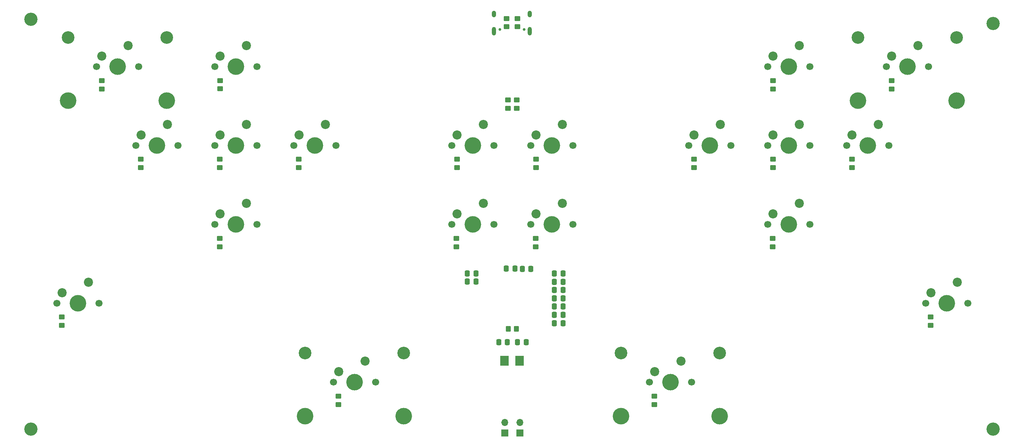
<source format=gbr>
%TF.GenerationSoftware,KiCad,Pcbnew,7.0.7*%
%TF.CreationDate,2023-10-04T19:00:40+09:00*%
%TF.ProjectId,Sixtar-Switch,53697874-6172-42d5-9377-697463682e6b,rev?*%
%TF.SameCoordinates,Original*%
%TF.FileFunction,Soldermask,Bot*%
%TF.FilePolarity,Negative*%
%FSLAX46Y46*%
G04 Gerber Fmt 4.6, Leading zero omitted, Abs format (unit mm)*
G04 Created by KiCad (PCBNEW 7.0.7) date 2023-10-04 19:00:40*
%MOMM*%
%LPD*%
G01*
G04 APERTURE LIST*
G04 Aperture macros list*
%AMRoundRect*
0 Rectangle with rounded corners*
0 $1 Rounding radius*
0 $2 $3 $4 $5 $6 $7 $8 $9 X,Y pos of 4 corners*
0 Add a 4 corners polygon primitive as box body*
4,1,4,$2,$3,$4,$5,$6,$7,$8,$9,$2,$3,0*
0 Add four circle primitives for the rounded corners*
1,1,$1+$1,$2,$3*
1,1,$1+$1,$4,$5*
1,1,$1+$1,$6,$7*
1,1,$1+$1,$8,$9*
0 Add four rect primitives between the rounded corners*
20,1,$1+$1,$2,$3,$4,$5,0*
20,1,$1+$1,$4,$5,$6,$7,0*
20,1,$1+$1,$6,$7,$8,$9,0*
20,1,$1+$1,$8,$9,$2,$3,0*%
G04 Aperture macros list end*
%ADD10C,3.200000*%
%ADD11C,3.050000*%
%ADD12C,4.000000*%
%ADD13C,1.700000*%
%ADD14C,2.200000*%
%ADD15R,1.700000X1.700000*%
%ADD16O,1.700000X1.700000*%
%ADD17RoundRect,0.250000X0.337500X0.475000X-0.337500X0.475000X-0.337500X-0.475000X0.337500X-0.475000X0*%
%ADD18RoundRect,0.250000X-0.450000X0.350000X-0.450000X-0.350000X0.450000X-0.350000X0.450000X0.350000X0*%
%ADD19C,0.650000*%
%ADD20O,1.000000X2.100000*%
%ADD21O,1.000000X1.600000*%
%ADD22RoundRect,0.250000X0.450000X-0.350000X0.450000X0.350000X-0.450000X0.350000X-0.450000X-0.350000X0*%
%ADD23RoundRect,0.250000X-0.337500X-0.475000X0.337500X-0.475000X0.337500X0.475000X-0.337500X0.475000X0*%
%ADD24R,2.000000X2.400000*%
%ADD25RoundRect,0.250000X0.350000X0.450000X-0.350000X0.450000X-0.350000X-0.450000X0.350000X-0.450000X0*%
G04 APERTURE END LIST*
D10*
%TO.C,H4*%
X254000000Y-121000000D03*
%TD*%
%TO.C,H3*%
X22000000Y-121000000D03*
%TD*%
%TO.C,H2*%
X254000000Y-23000000D03*
%TD*%
%TO.C,H1*%
X22000000Y-22000000D03*
%TD*%
D11*
%TO.C,SW19*%
X88106250Y-102631875D03*
D12*
X88106250Y-117871875D03*
D13*
X94926250Y-109631875D03*
D12*
X100006250Y-109631875D03*
D13*
X105086250Y-109631875D03*
D11*
X111906250Y-102631875D03*
D12*
X111906250Y-117871875D03*
D14*
X102546250Y-104551875D03*
X96196250Y-107091875D03*
%TD*%
D15*
%TO.C,RESET_SW1*%
X136295000Y-121860000D03*
D16*
X136295000Y-119320000D03*
%TD*%
D11*
%TO.C,SW1*%
X30956250Y-26431875D03*
D12*
X30956250Y-41671875D03*
D13*
X37776250Y-33431875D03*
D12*
X42856250Y-33431875D03*
D13*
X47936250Y-33431875D03*
D11*
X54756250Y-26431875D03*
D12*
X54756250Y-41671875D03*
D14*
X45396250Y-28351875D03*
X39046250Y-30891875D03*
%TD*%
D17*
%TO.C,C12*%
X150317500Y-93360000D03*
X148242500Y-93360000D03*
%TD*%
%TO.C,C10*%
X150317500Y-89360000D03*
X148242500Y-89360000D03*
%TD*%
%TO.C,C5*%
X129290238Y-83360000D03*
X127215238Y-83360000D03*
%TD*%
%TO.C,C8*%
X150317500Y-85360000D03*
X148242500Y-85360000D03*
%TD*%
D13*
%TO.C,SW8*%
X123501250Y-52481875D03*
D12*
X128581250Y-52481875D03*
D13*
X133661250Y-52481875D03*
D14*
X131121250Y-47401875D03*
X124771250Y-49941875D03*
%TD*%
D13*
%TO.C,SW14*%
X123501250Y-71531875D03*
D12*
X128581250Y-71531875D03*
D13*
X133661250Y-71531875D03*
D14*
X131121250Y-66451875D03*
X124771250Y-68991875D03*
%TD*%
D13*
%TO.C,SW16*%
X199701250Y-71531875D03*
D12*
X204781250Y-71531875D03*
D13*
X209861250Y-71531875D03*
D14*
X207321250Y-66451875D03*
X200971250Y-68991875D03*
%TD*%
D13*
%TO.C,SW18*%
X237801250Y-90581875D03*
D12*
X242881250Y-90581875D03*
D13*
X247961250Y-90581875D03*
D14*
X245421250Y-85501875D03*
X239071250Y-88041875D03*
%TD*%
D13*
%TO.C,SW7*%
X85401250Y-52481875D03*
D12*
X90481250Y-52481875D03*
D13*
X95561250Y-52481875D03*
D14*
X93021250Y-47401875D03*
X86671250Y-49941875D03*
%TD*%
D13*
%TO.C,SW3*%
X199701250Y-33431875D03*
D12*
X204781250Y-33431875D03*
D13*
X209861250Y-33431875D03*
D14*
X207321250Y-28351875D03*
X200971250Y-30891875D03*
%TD*%
D17*
%TO.C,C9*%
X150317500Y-87360000D03*
X148242500Y-87360000D03*
%TD*%
%TO.C,C15*%
X142547500Y-82230000D03*
X140472500Y-82230000D03*
%TD*%
D13*
%TO.C,SW17*%
X28251250Y-90581875D03*
D12*
X33331250Y-90581875D03*
D13*
X38411250Y-90581875D03*
D14*
X35871250Y-85501875D03*
X29521250Y-88041875D03*
%TD*%
D18*
%TO.C,R5*%
X139150000Y-43450000D03*
X139150000Y-41450000D03*
%TD*%
D13*
%TO.C,SW13*%
X66351250Y-71531875D03*
D12*
X71431250Y-71531875D03*
D13*
X76511250Y-71531875D03*
D14*
X73971250Y-66451875D03*
X67621250Y-68991875D03*
%TD*%
D13*
%TO.C,SW10*%
X180651250Y-52481875D03*
D12*
X185731250Y-52481875D03*
D13*
X190811250Y-52481875D03*
D14*
X188271250Y-47401875D03*
X181921250Y-49941875D03*
%TD*%
D13*
%TO.C,SW9*%
X142551250Y-52481875D03*
D12*
X147631250Y-52481875D03*
D13*
X152711250Y-52481875D03*
D14*
X150171250Y-47401875D03*
X143821250Y-49941875D03*
%TD*%
D11*
%TO.C,SW20*%
X164306250Y-102631875D03*
D12*
X164306250Y-117871875D03*
D13*
X171126250Y-109631875D03*
D12*
X176206250Y-109631875D03*
D13*
X181286250Y-109631875D03*
D11*
X188106250Y-102631875D03*
D12*
X188106250Y-117871875D03*
D14*
X178746250Y-104551875D03*
X172396250Y-107091875D03*
%TD*%
D13*
%TO.C,SW2*%
X66351250Y-33431875D03*
D12*
X71431250Y-33431875D03*
D13*
X76511250Y-33431875D03*
D14*
X73971250Y-28351875D03*
X67621250Y-30891875D03*
%TD*%
D17*
%TO.C,C7*%
X150317500Y-83360000D03*
X148242500Y-83360000D03*
%TD*%
D13*
%TO.C,SW11*%
X199701250Y-52481875D03*
D12*
X204781250Y-52481875D03*
D13*
X209861250Y-52481875D03*
D14*
X207321250Y-47401875D03*
X200971250Y-49941875D03*
%TD*%
D18*
%TO.C,R6*%
X137050000Y-43450000D03*
X137050000Y-41450000D03*
%TD*%
D13*
%TO.C,SW6*%
X66351250Y-52481875D03*
D12*
X71431250Y-52481875D03*
D13*
X76511250Y-52481875D03*
D14*
X73971250Y-47401875D03*
X67621250Y-49941875D03*
%TD*%
D13*
%TO.C,SW5*%
X47301250Y-52481875D03*
D12*
X52381250Y-52481875D03*
D13*
X57461250Y-52481875D03*
D14*
X54921250Y-47401875D03*
X48571250Y-49941875D03*
%TD*%
D13*
%TO.C,SW15*%
X142551250Y-71531875D03*
D12*
X147631250Y-71531875D03*
D13*
X152711250Y-71531875D03*
D14*
X150171250Y-66451875D03*
X143821250Y-68991875D03*
%TD*%
D11*
%TO.C,SW4*%
X221456250Y-26431875D03*
D12*
X221456250Y-41671875D03*
D13*
X228276250Y-33431875D03*
D12*
X233356250Y-33431875D03*
D13*
X238436250Y-33431875D03*
D11*
X245256250Y-26431875D03*
D12*
X245256250Y-41671875D03*
D14*
X235896250Y-28351875D03*
X229546250Y-30891875D03*
%TD*%
D17*
%TO.C,C14*%
X138707500Y-82220000D03*
X136632500Y-82220000D03*
%TD*%
%TO.C,C11*%
X150317500Y-91360000D03*
X148242500Y-91360000D03*
%TD*%
D19*
%TO.C,J1*%
X140890000Y-24405000D03*
X135110000Y-24405000D03*
D20*
X142320000Y-24905000D03*
D21*
X142320000Y-20725000D03*
D20*
X133680000Y-24905000D03*
D21*
X133680000Y-20725000D03*
%TD*%
D17*
%TO.C,C13*%
X150317500Y-95360000D03*
X148242500Y-95360000D03*
%TD*%
D15*
%TO.C,BOOT_SW1*%
X139905000Y-121860000D03*
D16*
X139905000Y-119320000D03*
%TD*%
D17*
%TO.C,C6*%
X127215238Y-85340000D03*
X129290238Y-85340000D03*
%TD*%
D13*
%TO.C,SW12*%
X218751250Y-52481875D03*
D12*
X223831250Y-52481875D03*
D13*
X228911250Y-52481875D03*
D14*
X226371250Y-47401875D03*
X220021250Y-49941875D03*
%TD*%
D22*
%TO.C,R27*%
X86600000Y-57800000D03*
X86600000Y-55800000D03*
%TD*%
%TO.C,R1*%
X181920000Y-57790000D03*
X181920000Y-55790000D03*
%TD*%
D17*
%TO.C,C16*%
X136877500Y-99980000D03*
X134802500Y-99980000D03*
%TD*%
D22*
%TO.C,R19*%
X239000000Y-95900000D03*
X239000000Y-93900000D03*
%TD*%
%TO.C,R15*%
X124600000Y-76900000D03*
X124600000Y-74900000D03*
%TD*%
%TO.C,R26*%
X48500000Y-57800000D03*
X48500000Y-55800000D03*
%TD*%
%TO.C,R23*%
X229550000Y-38800000D03*
X229550000Y-36800000D03*
%TD*%
%TO.C,R2*%
X139300000Y-23800000D03*
X139300000Y-21800000D03*
%TD*%
%TO.C,R25*%
X67500000Y-76900000D03*
X67500000Y-74900000D03*
%TD*%
%TO.C,R16*%
X143700000Y-76900000D03*
X143700000Y-74900000D03*
%TD*%
%TO.C,R18*%
X200970000Y-38800000D03*
X200970000Y-36800000D03*
%TD*%
%TO.C,R22*%
X39040000Y-38800000D03*
X39040000Y-36800000D03*
%TD*%
%TO.C,R8*%
X200970000Y-57790000D03*
X200970000Y-55790000D03*
%TD*%
%TO.C,R12*%
X143820000Y-57800000D03*
X143820000Y-55800000D03*
%TD*%
%TO.C,R21*%
X29400000Y-95900000D03*
X29400000Y-93900000D03*
%TD*%
%TO.C,R3*%
X136700000Y-23800000D03*
X136700000Y-21800000D03*
%TD*%
%TO.C,R13*%
X96100000Y-115000000D03*
X96100000Y-113000000D03*
%TD*%
%TO.C,R24*%
X67500000Y-57800000D03*
X67500000Y-55800000D03*
%TD*%
%TO.C,R4*%
X200900000Y-76900000D03*
X200900000Y-74900000D03*
%TD*%
%TO.C,R11*%
X124760000Y-57800000D03*
X124760000Y-55800000D03*
%TD*%
%TO.C,R17*%
X67630000Y-38790000D03*
X67630000Y-36790000D03*
%TD*%
D23*
%TO.C,C17*%
X139322500Y-99980000D03*
X141397500Y-99980000D03*
%TD*%
D22*
%TO.C,R7*%
X220020000Y-57780000D03*
X220020000Y-55780000D03*
%TD*%
%TO.C,R14*%
X172300000Y-115000000D03*
X172300000Y-113000000D03*
%TD*%
D24*
%TO.C,Y1*%
X139860000Y-104490000D03*
X136160000Y-104490000D03*
%TD*%
D25*
%TO.C,R20*%
X139080000Y-96730000D03*
X137080000Y-96730000D03*
%TD*%
M02*

</source>
